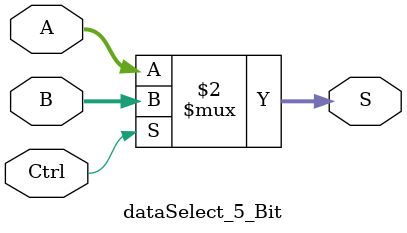
<source format=v>
module dataSelect_5_Bit(A, B, Ctrl, S);
  input [4:0] A, B; //Á½¸öÊý¾Ý
  input Ctrl; //¿ØÖÆÐÅºÅ
  output [4:0] S;
  assign S = (Ctrl == 1'b0 ? A : B);
endmodule
</source>
